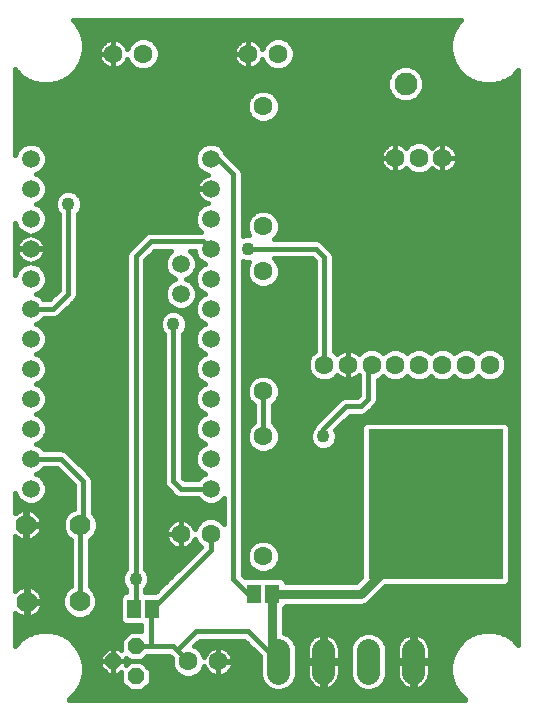
<source format=gbl>
G75*
%MOIN*%
%OFA0B0*%
%FSLAX25Y25*%
%IPPOS*%
%LPD*%
%AMOC8*
5,1,8,0,0,1.08239X$1,22.5*
%
%ADD10R,0.45000X0.50000*%
%ADD11C,0.06299*%
%ADD12C,0.07000*%
%ADD13C,0.07600*%
%ADD14OC8,0.05200*%
%ADD15C,0.06300*%
%ADD16R,0.04600X0.06300*%
%ADD17C,0.05937*%
%ADD18C,0.07500*%
%ADD19C,0.01575*%
%ADD20C,0.04331*%
%ADD21C,0.03150*%
D10*
X0146787Y0071787D03*
D11*
X0149031Y0118224D03*
X0156906Y0118224D03*
X0164780Y0118224D03*
X0141157Y0118224D03*
X0133283Y0118224D03*
X0125409Y0118224D03*
X0117535Y0118224D03*
X0109661Y0118224D03*
X0071787Y0061787D03*
X0061787Y0061787D03*
X0064287Y0019287D03*
X0074287Y0019287D03*
X0133283Y0187122D03*
X0141157Y0187122D03*
X0149031Y0187122D03*
X0094287Y0221787D03*
X0084287Y0221787D03*
X0049287Y0221787D03*
X0039287Y0221787D03*
D12*
X0028269Y0064774D03*
X0010237Y0064774D03*
X0010434Y0039183D03*
X0028072Y0039380D03*
D13*
X0136787Y0211787D03*
D14*
X0046787Y0024287D03*
X0039287Y0019287D03*
X0046787Y0014287D03*
D15*
X0089287Y0054287D03*
X0089287Y0094287D03*
X0089287Y0109287D03*
X0089287Y0149287D03*
X0089287Y0164287D03*
X0089287Y0204287D03*
D16*
X0086287Y0041787D03*
X0092287Y0041787D03*
X0052287Y0036787D03*
X0046287Y0036787D03*
D17*
X0071787Y0076787D03*
X0071787Y0086787D03*
X0071787Y0096787D03*
X0071787Y0106787D03*
X0071787Y0116787D03*
X0071787Y0126787D03*
X0071787Y0136787D03*
X0071787Y0146787D03*
X0071787Y0156787D03*
X0071787Y0166787D03*
X0071787Y0176787D03*
X0071787Y0186787D03*
X0061787Y0151787D03*
X0061787Y0141787D03*
X0011787Y0136787D03*
X0011787Y0126787D03*
X0011787Y0116787D03*
X0011787Y0106787D03*
X0011787Y0096787D03*
X0011787Y0086787D03*
X0011787Y0076787D03*
X0011787Y0146787D03*
X0011787Y0156787D03*
X0011787Y0166787D03*
X0011787Y0176787D03*
X0011787Y0186787D03*
D18*
X0094287Y0023037D02*
X0094287Y0015537D01*
X0109287Y0015537D02*
X0109287Y0023037D01*
X0124287Y0023037D02*
X0124287Y0015537D01*
X0139287Y0015537D02*
X0139287Y0023037D01*
D19*
X0006575Y0024421D02*
X0006575Y0035565D01*
X0006989Y0035150D01*
X0007663Y0034661D01*
X0008404Y0034283D01*
X0009196Y0034026D01*
X0010018Y0033896D01*
X0010139Y0033896D01*
X0010139Y0038888D01*
X0010729Y0038888D01*
X0010729Y0039478D01*
X0015721Y0039478D01*
X0015721Y0039599D01*
X0015591Y0040421D01*
X0015334Y0041213D01*
X0014956Y0041954D01*
X0014467Y0042628D01*
X0013878Y0043216D01*
X0013205Y0043705D01*
X0012464Y0044083D01*
X0011672Y0044340D01*
X0010850Y0044470D01*
X0010729Y0044470D01*
X0010729Y0039478D01*
X0010139Y0039478D01*
X0010139Y0044470D01*
X0010018Y0044470D01*
X0009196Y0044340D01*
X0008404Y0044083D01*
X0007663Y0043705D01*
X0006989Y0043216D01*
X0006575Y0042802D01*
X0006575Y0060958D01*
X0006792Y0060741D01*
X0007466Y0060251D01*
X0008207Y0059874D01*
X0008999Y0059616D01*
X0009821Y0059486D01*
X0009942Y0059486D01*
X0009942Y0064478D01*
X0010532Y0064478D01*
X0010532Y0059486D01*
X0010653Y0059486D01*
X0011475Y0059616D01*
X0012267Y0059874D01*
X0013008Y0060251D01*
X0013682Y0060741D01*
X0014270Y0061329D01*
X0014759Y0062002D01*
X0015137Y0062744D01*
X0015394Y0063535D01*
X0015524Y0064357D01*
X0015524Y0064478D01*
X0010532Y0064478D01*
X0010532Y0065069D01*
X0009942Y0065069D01*
X0009942Y0070061D01*
X0009821Y0070061D01*
X0008999Y0069931D01*
X0008207Y0069674D01*
X0007466Y0069296D01*
X0006792Y0068807D01*
X0006575Y0068589D01*
X0006575Y0075442D01*
X0007268Y0073768D01*
X0008768Y0072268D01*
X0010727Y0071457D01*
X0012848Y0071457D01*
X0014807Y0072268D01*
X0016307Y0073768D01*
X0017118Y0075727D01*
X0017118Y0077848D01*
X0016307Y0079807D01*
X0014807Y0081307D01*
X0013646Y0081787D01*
X0014807Y0082268D01*
X0016177Y0083638D01*
X0020483Y0083638D01*
X0026138Y0077983D01*
X0026138Y0070236D01*
X0024948Y0069743D01*
X0023299Y0068094D01*
X0022406Y0065940D01*
X0022406Y0063608D01*
X0023299Y0061453D01*
X0024948Y0059804D01*
X0025119Y0059733D01*
X0025119Y0044502D01*
X0024751Y0044350D01*
X0023102Y0042701D01*
X0022209Y0040546D01*
X0022209Y0038214D01*
X0023102Y0036059D01*
X0024751Y0034410D01*
X0026906Y0033518D01*
X0029238Y0033518D01*
X0031392Y0034410D01*
X0033041Y0036059D01*
X0033934Y0038214D01*
X0033934Y0040546D01*
X0033041Y0042701D01*
X0031418Y0044324D01*
X0031418Y0059733D01*
X0031589Y0059804D01*
X0033238Y0061453D01*
X0034131Y0063608D01*
X0034131Y0065940D01*
X0033238Y0068094D01*
X0032437Y0068896D01*
X0032437Y0079914D01*
X0031957Y0081072D01*
X0031072Y0081957D01*
X0023572Y0089457D01*
X0022414Y0089937D01*
X0016177Y0089937D01*
X0014807Y0091307D01*
X0013646Y0091787D01*
X0014807Y0092268D01*
X0016307Y0093768D01*
X0017118Y0095727D01*
X0017118Y0097848D01*
X0016307Y0099807D01*
X0014807Y0101307D01*
X0013646Y0101787D01*
X0014807Y0102268D01*
X0016307Y0103768D01*
X0017118Y0105727D01*
X0017118Y0107848D01*
X0016307Y0109807D01*
X0014807Y0111307D01*
X0013646Y0111787D01*
X0014807Y0112268D01*
X0016307Y0113768D01*
X0017118Y0115727D01*
X0017118Y0117848D01*
X0016307Y0119807D01*
X0014807Y0121307D01*
X0013646Y0121787D01*
X0014807Y0122268D01*
X0016307Y0123768D01*
X0017118Y0125727D01*
X0017118Y0127848D01*
X0016307Y0129807D01*
X0014807Y0131307D01*
X0013646Y0131787D01*
X0014807Y0132268D01*
X0016177Y0133638D01*
X0019914Y0133638D01*
X0021072Y0134117D01*
X0021957Y0135003D01*
X0026071Y0139117D01*
X0026072Y0139117D01*
X0026957Y0140003D01*
X0027437Y0141161D01*
X0027437Y0168534D01*
X0028126Y0169223D01*
X0028815Y0170887D01*
X0028815Y0172688D01*
X0028126Y0174352D01*
X0026852Y0175626D01*
X0025188Y0176315D01*
X0023387Y0176315D01*
X0021723Y0175626D01*
X0020449Y0174352D01*
X0019760Y0172688D01*
X0019760Y0170887D01*
X0020449Y0169223D01*
X0021138Y0168534D01*
X0021138Y0143092D01*
X0017983Y0139937D01*
X0016177Y0139937D01*
X0014807Y0141307D01*
X0013646Y0141787D01*
X0014807Y0142268D01*
X0016307Y0143768D01*
X0017118Y0145727D01*
X0017118Y0147848D01*
X0016307Y0149807D01*
X0014807Y0151307D01*
X0012848Y0152118D01*
X0012708Y0152118D01*
X0012901Y0152149D01*
X0013613Y0152380D01*
X0014280Y0152720D01*
X0014886Y0153160D01*
X0015415Y0153689D01*
X0015855Y0154295D01*
X0016195Y0154962D01*
X0016426Y0155674D01*
X0016543Y0156413D01*
X0016543Y0156591D01*
X0011984Y0156591D01*
X0011984Y0156984D01*
X0016543Y0156984D01*
X0016543Y0157162D01*
X0016426Y0157901D01*
X0016195Y0158613D01*
X0015855Y0159280D01*
X0015415Y0159886D01*
X0014886Y0160415D01*
X0014280Y0160855D01*
X0013613Y0161195D01*
X0012901Y0161426D01*
X0012708Y0161457D01*
X0012848Y0161457D01*
X0014807Y0162268D01*
X0016307Y0163768D01*
X0017118Y0165727D01*
X0017118Y0167848D01*
X0016307Y0169807D01*
X0014807Y0171307D01*
X0013646Y0171787D01*
X0014807Y0172268D01*
X0016307Y0173768D01*
X0017118Y0175727D01*
X0017118Y0177848D01*
X0016307Y0179807D01*
X0014807Y0181307D01*
X0013646Y0181787D01*
X0014807Y0182268D01*
X0016307Y0183768D01*
X0017118Y0185727D01*
X0017118Y0187848D01*
X0016307Y0189807D01*
X0014807Y0191307D01*
X0012848Y0192118D01*
X0010727Y0192118D01*
X0008768Y0191307D01*
X0007268Y0189807D01*
X0006575Y0188133D01*
X0006575Y0216653D01*
X0006656Y0216513D01*
X0009013Y0214156D01*
X0011900Y0212489D01*
X0015120Y0211626D01*
X0018454Y0211626D01*
X0021675Y0212489D01*
X0024562Y0214156D01*
X0026919Y0216513D01*
X0028586Y0219400D01*
X0029449Y0222620D01*
X0029449Y0225954D01*
X0028586Y0229175D01*
X0026919Y0232062D01*
X0025760Y0233220D01*
X0155315Y0233220D01*
X0154156Y0232062D01*
X0152489Y0229175D01*
X0151626Y0225954D01*
X0151626Y0222620D01*
X0152489Y0219400D01*
X0154156Y0216513D01*
X0156513Y0214156D01*
X0159400Y0212489D01*
X0162620Y0211626D01*
X0165954Y0211626D01*
X0169175Y0212489D01*
X0172062Y0214156D01*
X0174165Y0216259D01*
X0174165Y0024815D01*
X0172062Y0026919D01*
X0169175Y0028586D01*
X0165954Y0029449D01*
X0162620Y0029449D01*
X0159400Y0028586D01*
X0156513Y0026919D01*
X0154156Y0024562D01*
X0152489Y0021675D01*
X0151626Y0018454D01*
X0151626Y0015120D01*
X0152489Y0011900D01*
X0154156Y0009013D01*
X0156513Y0006656D01*
X0156653Y0006575D01*
X0024421Y0006575D01*
X0024562Y0006656D01*
X0026919Y0009013D01*
X0028586Y0011900D01*
X0029449Y0015120D01*
X0029449Y0018454D01*
X0028586Y0021675D01*
X0026919Y0024562D01*
X0024562Y0026919D01*
X0021675Y0028586D01*
X0018454Y0029449D01*
X0015120Y0029449D01*
X0011900Y0028586D01*
X0009013Y0026919D01*
X0006656Y0024562D01*
X0006575Y0024421D01*
X0006575Y0025387D02*
X0007481Y0025387D01*
X0006575Y0026960D02*
X0009085Y0026960D01*
X0006575Y0028534D02*
X0011810Y0028534D01*
X0010850Y0033896D02*
X0011672Y0034026D01*
X0012464Y0034283D01*
X0013205Y0034661D01*
X0013878Y0035150D01*
X0014467Y0035739D01*
X0014956Y0036412D01*
X0015334Y0037153D01*
X0015591Y0037945D01*
X0015721Y0038767D01*
X0015721Y0038888D01*
X0010729Y0038888D01*
X0010729Y0033896D01*
X0010850Y0033896D01*
X0010729Y0034827D02*
X0010139Y0034827D01*
X0010139Y0036400D02*
X0010729Y0036400D01*
X0010729Y0037974D02*
X0010139Y0037974D01*
X0010139Y0039547D02*
X0010729Y0039547D01*
X0010729Y0041120D02*
X0010139Y0041120D01*
X0010139Y0042694D02*
X0010729Y0042694D01*
X0010729Y0044267D02*
X0010139Y0044267D01*
X0008970Y0044267D02*
X0006575Y0044267D01*
X0006575Y0045840D02*
X0025119Y0045840D01*
X0025119Y0047414D02*
X0006575Y0047414D01*
X0006575Y0048987D02*
X0025119Y0048987D01*
X0025119Y0050560D02*
X0006575Y0050560D01*
X0006575Y0052133D02*
X0025119Y0052133D01*
X0025119Y0053707D02*
X0006575Y0053707D01*
X0006575Y0055280D02*
X0025119Y0055280D01*
X0025119Y0056853D02*
X0006575Y0056853D01*
X0006575Y0058427D02*
X0025119Y0058427D01*
X0024752Y0060000D02*
X0012515Y0060000D01*
X0010532Y0060000D02*
X0009942Y0060000D01*
X0009942Y0061573D02*
X0010532Y0061573D01*
X0010532Y0063147D02*
X0009942Y0063147D01*
X0010532Y0064720D02*
X0022406Y0064720D01*
X0022553Y0066293D02*
X0015303Y0066293D01*
X0015394Y0066012D02*
X0015137Y0066803D01*
X0014759Y0067545D01*
X0014270Y0068218D01*
X0013682Y0068807D01*
X0013008Y0069296D01*
X0012267Y0069674D01*
X0011475Y0069931D01*
X0010653Y0070061D01*
X0010532Y0070061D01*
X0010532Y0065069D01*
X0015524Y0065069D01*
X0015524Y0065190D01*
X0015394Y0066012D01*
X0014525Y0067867D02*
X0023204Y0067867D01*
X0024644Y0069440D02*
X0012725Y0069440D01*
X0015125Y0072587D02*
X0026138Y0072587D01*
X0026138Y0074160D02*
X0016469Y0074160D01*
X0017118Y0075733D02*
X0026138Y0075733D01*
X0026138Y0077306D02*
X0017118Y0077306D01*
X0016691Y0078880D02*
X0025241Y0078880D01*
X0023667Y0080453D02*
X0015660Y0080453D01*
X0014223Y0082026D02*
X0022094Y0082026D01*
X0020521Y0083600D02*
X0016139Y0083600D01*
X0011787Y0086787D02*
X0021787Y0086787D01*
X0029287Y0079287D01*
X0029287Y0065793D01*
X0028269Y0064774D01*
X0028269Y0039577D01*
X0028072Y0039380D01*
X0031809Y0034827D02*
X0041625Y0034827D01*
X0041625Y0033254D02*
X0006575Y0033254D01*
X0006575Y0034827D02*
X0007434Y0034827D01*
X0006575Y0031680D02*
X0042604Y0031680D01*
X0043009Y0031275D02*
X0048638Y0031275D01*
X0048638Y0029250D01*
X0044732Y0029250D01*
X0041825Y0026343D01*
X0041825Y0022954D01*
X0041105Y0023675D01*
X0039300Y0023675D01*
X0039300Y0019300D01*
X0039275Y0019300D01*
X0039275Y0023675D01*
X0037470Y0023675D01*
X0034900Y0021105D01*
X0034900Y0019300D01*
X0039275Y0019300D01*
X0039275Y0019275D01*
X0034900Y0019275D01*
X0034900Y0017470D01*
X0037470Y0014900D01*
X0039275Y0014900D01*
X0039275Y0019275D01*
X0039300Y0019275D01*
X0039300Y0019300D01*
X0043675Y0019300D01*
X0043675Y0020382D01*
X0044732Y0019325D01*
X0048843Y0019325D01*
X0050655Y0021138D01*
X0057983Y0021138D01*
X0058753Y0020367D01*
X0058776Y0020345D01*
X0058776Y0018191D01*
X0059615Y0016165D01*
X0061165Y0014615D01*
X0063191Y0013776D01*
X0065384Y0013776D01*
X0067410Y0014615D01*
X0068960Y0016165D01*
X0069605Y0017722D01*
X0069712Y0017392D01*
X0070065Y0016700D01*
X0070522Y0016071D01*
X0071071Y0015522D01*
X0071700Y0015065D01*
X0072392Y0014712D01*
X0073131Y0014472D01*
X0073899Y0014350D01*
X0074189Y0014350D01*
X0074189Y0019189D01*
X0074386Y0019189D01*
X0074386Y0019386D01*
X0074189Y0019386D01*
X0074189Y0024224D01*
X0073899Y0024224D01*
X0073131Y0024103D01*
X0072392Y0023863D01*
X0071700Y0023510D01*
X0071071Y0023053D01*
X0070522Y0022504D01*
X0070065Y0021875D01*
X0069712Y0021183D01*
X0069605Y0020853D01*
X0068960Y0022410D01*
X0067410Y0023960D01*
X0066352Y0024398D01*
X0068092Y0026138D01*
X0082983Y0026138D01*
X0088175Y0020945D01*
X0088175Y0014322D01*
X0089106Y0012075D01*
X0090825Y0010356D01*
X0093072Y0009425D01*
X0095503Y0009425D01*
X0097750Y0010356D01*
X0099469Y0012075D01*
X0100400Y0014322D01*
X0100400Y0024253D01*
X0099469Y0026500D01*
X0097750Y0028219D01*
X0096224Y0028851D01*
X0096224Y0036934D01*
X0096950Y0037659D01*
X0096950Y0037850D01*
X0122571Y0037850D01*
X0124018Y0038450D01*
X0129993Y0044425D01*
X0170266Y0044425D01*
X0171650Y0045809D01*
X0171650Y0097766D01*
X0170266Y0099150D01*
X0123309Y0099150D01*
X0121925Y0097766D01*
X0121925Y0047493D01*
X0120157Y0045724D01*
X0096950Y0045724D01*
X0096950Y0045916D01*
X0095566Y0047300D01*
X0083229Y0047300D01*
X0082437Y0048092D01*
X0082437Y0152653D01*
X0083387Y0152260D01*
X0084552Y0152260D01*
X0083775Y0150384D01*
X0083775Y0148191D01*
X0084614Y0146165D01*
X0086165Y0144614D01*
X0088191Y0143775D01*
X0090384Y0143775D01*
X0092410Y0144614D01*
X0093960Y0146165D01*
X0094800Y0148191D01*
X0094800Y0150384D01*
X0093960Y0152410D01*
X0092732Y0153638D01*
X0105483Y0153638D01*
X0106512Y0152609D01*
X0106512Y0122870D01*
X0104989Y0121347D01*
X0104150Y0119321D01*
X0104150Y0117128D01*
X0104989Y0115102D01*
X0106539Y0113552D01*
X0108565Y0112713D01*
X0110758Y0112713D01*
X0112784Y0113552D01*
X0114005Y0114773D01*
X0114319Y0114459D01*
X0114948Y0114002D01*
X0115640Y0113649D01*
X0116379Y0113409D01*
X0117147Y0113287D01*
X0117535Y0113287D01*
X0117535Y0118224D01*
X0117535Y0118224D01*
X0117535Y0113287D01*
X0117924Y0113287D01*
X0118692Y0113409D01*
X0119431Y0113649D01*
X0120123Y0114002D01*
X0120752Y0114459D01*
X0121066Y0114773D01*
X0121138Y0114701D01*
X0121138Y0108092D01*
X0120483Y0107437D01*
X0116161Y0107437D01*
X0115003Y0106957D01*
X0114117Y0106072D01*
X0106617Y0098572D01*
X0106227Y0097630D01*
X0105449Y0096852D01*
X0104760Y0095188D01*
X0104760Y0093387D01*
X0105449Y0091723D01*
X0106723Y0090449D01*
X0108387Y0089760D01*
X0110188Y0089760D01*
X0111852Y0090449D01*
X0113126Y0091723D01*
X0113815Y0093387D01*
X0113815Y0095188D01*
X0113325Y0096371D01*
X0118092Y0101138D01*
X0122414Y0101138D01*
X0123572Y0101617D01*
X0126072Y0104117D01*
X0126957Y0105003D01*
X0127437Y0106161D01*
X0127437Y0113098D01*
X0128532Y0113552D01*
X0129346Y0114367D01*
X0130161Y0113552D01*
X0132187Y0112713D01*
X0134380Y0112713D01*
X0136406Y0113552D01*
X0137220Y0114367D01*
X0138035Y0113552D01*
X0140061Y0112713D01*
X0142254Y0112713D01*
X0144280Y0113552D01*
X0145094Y0114367D01*
X0145909Y0113552D01*
X0147935Y0112713D01*
X0150128Y0112713D01*
X0152154Y0113552D01*
X0152968Y0114367D01*
X0153783Y0113552D01*
X0155809Y0112713D01*
X0158002Y0112713D01*
X0160028Y0113552D01*
X0160843Y0114367D01*
X0161657Y0113552D01*
X0163683Y0112713D01*
X0165876Y0112713D01*
X0167902Y0113552D01*
X0169452Y0115102D01*
X0170291Y0117128D01*
X0170291Y0119321D01*
X0169452Y0121347D01*
X0167902Y0122897D01*
X0165876Y0123736D01*
X0163683Y0123736D01*
X0161657Y0122897D01*
X0160843Y0122082D01*
X0160028Y0122897D01*
X0158002Y0123736D01*
X0155809Y0123736D01*
X0153783Y0122897D01*
X0152968Y0122082D01*
X0152154Y0122897D01*
X0150128Y0123736D01*
X0147935Y0123736D01*
X0145909Y0122897D01*
X0145094Y0122082D01*
X0144280Y0122897D01*
X0142254Y0123736D01*
X0140061Y0123736D01*
X0138035Y0122897D01*
X0137220Y0122082D01*
X0136406Y0122897D01*
X0134380Y0123736D01*
X0132187Y0123736D01*
X0130161Y0122897D01*
X0129346Y0122082D01*
X0128532Y0122897D01*
X0126506Y0123736D01*
X0124313Y0123736D01*
X0122287Y0122897D01*
X0121066Y0121676D01*
X0120752Y0121990D01*
X0120123Y0122447D01*
X0119431Y0122800D01*
X0118692Y0123040D01*
X0117924Y0123161D01*
X0117535Y0123161D01*
X0117147Y0123161D01*
X0116379Y0123040D01*
X0115640Y0122800D01*
X0114948Y0122447D01*
X0114319Y0121990D01*
X0114005Y0121676D01*
X0112811Y0122870D01*
X0112811Y0154540D01*
X0112332Y0155697D01*
X0109457Y0158572D01*
X0108572Y0159457D01*
X0107414Y0159937D01*
X0092732Y0159937D01*
X0093960Y0161165D01*
X0094800Y0163191D01*
X0094800Y0165384D01*
X0093960Y0167410D01*
X0092410Y0168960D01*
X0090384Y0169800D01*
X0088191Y0169800D01*
X0086165Y0168960D01*
X0084614Y0167410D01*
X0083775Y0165384D01*
X0083775Y0163191D01*
X0084552Y0161315D01*
X0083387Y0161315D01*
X0082437Y0160922D01*
X0082437Y0182414D01*
X0081957Y0183572D01*
X0076957Y0188572D01*
X0076720Y0188809D01*
X0076307Y0189807D01*
X0074807Y0191307D01*
X0072848Y0192118D01*
X0070727Y0192118D01*
X0068768Y0191307D01*
X0067268Y0189807D01*
X0066457Y0187848D01*
X0066457Y0185727D01*
X0067268Y0183768D01*
X0068768Y0182268D01*
X0070727Y0181457D01*
X0070866Y0181457D01*
X0070674Y0181426D01*
X0069962Y0181195D01*
X0069295Y0180855D01*
X0068689Y0180415D01*
X0068160Y0179886D01*
X0067720Y0179280D01*
X0067380Y0178613D01*
X0067149Y0177901D01*
X0067031Y0177162D01*
X0067031Y0176984D01*
X0071590Y0176984D01*
X0071590Y0176591D01*
X0067031Y0176591D01*
X0067031Y0176413D01*
X0067149Y0175674D01*
X0067380Y0174962D01*
X0067720Y0174295D01*
X0068160Y0173689D01*
X0068689Y0173160D01*
X0069295Y0172720D01*
X0069962Y0172380D01*
X0070674Y0172149D01*
X0070866Y0172118D01*
X0070727Y0172118D01*
X0068768Y0171307D01*
X0067268Y0169807D01*
X0066457Y0167848D01*
X0066457Y0165727D01*
X0067268Y0163768D01*
X0068599Y0162437D01*
X0051161Y0162437D01*
X0050003Y0161957D01*
X0049117Y0161072D01*
X0044117Y0156072D01*
X0043638Y0154914D01*
X0043638Y0050041D01*
X0042949Y0049352D01*
X0042260Y0047688D01*
X0042260Y0045887D01*
X0042949Y0044223D01*
X0043638Y0043534D01*
X0043638Y0042300D01*
X0043009Y0042300D01*
X0041625Y0040916D01*
X0041625Y0032659D01*
X0043009Y0031275D01*
X0044016Y0028534D02*
X0021765Y0028534D01*
X0024490Y0026960D02*
X0042443Y0026960D01*
X0041825Y0025387D02*
X0026094Y0025387D01*
X0027351Y0023814D02*
X0041825Y0023814D01*
X0043675Y0019275D02*
X0039300Y0019275D01*
X0039300Y0014900D01*
X0041105Y0014900D01*
X0041825Y0015620D01*
X0041825Y0012232D01*
X0044732Y0009325D01*
X0048843Y0009325D01*
X0051750Y0012232D01*
X0051750Y0016343D01*
X0048843Y0019250D01*
X0044732Y0019250D01*
X0043675Y0018192D01*
X0043675Y0019275D01*
X0043675Y0019094D02*
X0044576Y0019094D01*
X0041825Y0014374D02*
X0029249Y0014374D01*
X0029449Y0015947D02*
X0036423Y0015947D01*
X0034900Y0017521D02*
X0029449Y0017521D01*
X0029277Y0019094D02*
X0034900Y0019094D01*
X0034900Y0020667D02*
X0028856Y0020667D01*
X0028259Y0022240D02*
X0036036Y0022240D01*
X0039275Y0022240D02*
X0039300Y0022240D01*
X0039275Y0020667D02*
X0039300Y0020667D01*
X0039275Y0019094D02*
X0039300Y0019094D01*
X0039275Y0017521D02*
X0039300Y0017521D01*
X0039275Y0015947D02*
X0039300Y0015947D01*
X0041825Y0012801D02*
X0028827Y0012801D01*
X0028197Y0011227D02*
X0042830Y0011227D01*
X0044403Y0009654D02*
X0027289Y0009654D01*
X0025987Y0008081D02*
X0155088Y0008081D01*
X0153786Y0009654D02*
X0126055Y0009654D01*
X0125503Y0009425D02*
X0127750Y0010356D01*
X0129469Y0012075D01*
X0130400Y0014322D01*
X0130400Y0024253D01*
X0129469Y0026500D01*
X0127750Y0028219D01*
X0125503Y0029150D01*
X0123072Y0029150D01*
X0120825Y0028219D01*
X0119106Y0026500D01*
X0118175Y0024253D01*
X0118175Y0014322D01*
X0119106Y0012075D01*
X0120825Y0010356D01*
X0123072Y0009425D01*
X0125503Y0009425D01*
X0122519Y0009654D02*
X0096055Y0009654D01*
X0098621Y0011227D02*
X0105799Y0011227D01*
X0105680Y0011314D02*
X0106385Y0010801D01*
X0107162Y0010406D01*
X0107991Y0010136D01*
X0108825Y0010004D01*
X0108825Y0018825D01*
X0109750Y0018825D01*
X0109750Y0019750D01*
X0114825Y0019750D01*
X0114825Y0023473D01*
X0114688Y0024334D01*
X0114419Y0025163D01*
X0114023Y0025940D01*
X0113511Y0026645D01*
X0112895Y0027261D01*
X0112190Y0027773D01*
X0111413Y0028169D01*
X0110584Y0028438D01*
X0109750Y0028571D01*
X0109750Y0019750D01*
X0108825Y0019750D01*
X0108825Y0028571D01*
X0107991Y0028438D01*
X0107162Y0028169D01*
X0106385Y0027773D01*
X0105680Y0027261D01*
X0105064Y0026645D01*
X0104551Y0025940D01*
X0104156Y0025163D01*
X0103886Y0024334D01*
X0103750Y0023473D01*
X0103750Y0019750D01*
X0108825Y0019750D01*
X0108825Y0018825D01*
X0103750Y0018825D01*
X0103750Y0015102D01*
X0103886Y0014241D01*
X0104156Y0013412D01*
X0104551Y0012635D01*
X0105064Y0011930D01*
X0105680Y0011314D01*
X0104467Y0012801D02*
X0099770Y0012801D01*
X0100400Y0014374D02*
X0103865Y0014374D01*
X0103750Y0015947D02*
X0100400Y0015947D01*
X0100400Y0017521D02*
X0103750Y0017521D01*
X0103750Y0020667D02*
X0100400Y0020667D01*
X0100400Y0019094D02*
X0108825Y0019094D01*
X0109750Y0019094D02*
X0118175Y0019094D01*
X0118175Y0020667D02*
X0114825Y0020667D01*
X0114825Y0022240D02*
X0118175Y0022240D01*
X0118175Y0023814D02*
X0114771Y0023814D01*
X0114305Y0025387D02*
X0118645Y0025387D01*
X0119566Y0026960D02*
X0113195Y0026960D01*
X0109750Y0026960D02*
X0108825Y0026960D01*
X0108825Y0025387D02*
X0109750Y0025387D01*
X0109750Y0023814D02*
X0108825Y0023814D01*
X0108825Y0022240D02*
X0109750Y0022240D01*
X0109750Y0020667D02*
X0108825Y0020667D01*
X0109750Y0018825D02*
X0114825Y0018825D01*
X0114825Y0015102D01*
X0114688Y0014241D01*
X0114419Y0013412D01*
X0114023Y0012635D01*
X0113511Y0011930D01*
X0112895Y0011314D01*
X0112190Y0010801D01*
X0111413Y0010406D01*
X0110584Y0010136D01*
X0109750Y0010004D01*
X0109750Y0018825D01*
X0109750Y0017521D02*
X0108825Y0017521D01*
X0108825Y0015947D02*
X0109750Y0015947D01*
X0109750Y0014374D02*
X0108825Y0014374D01*
X0108825Y0012801D02*
X0109750Y0012801D01*
X0109750Y0011227D02*
X0108825Y0011227D01*
X0112776Y0011227D02*
X0119954Y0011227D01*
X0118805Y0012801D02*
X0114108Y0012801D01*
X0114710Y0014374D02*
X0118175Y0014374D01*
X0118175Y0015947D02*
X0114825Y0015947D01*
X0114825Y0017521D02*
X0118175Y0017521D01*
X0121585Y0028534D02*
X0109982Y0028534D01*
X0109750Y0028534D02*
X0108825Y0028534D01*
X0108592Y0028534D02*
X0096990Y0028534D01*
X0096224Y0030107D02*
X0174165Y0030107D01*
X0174165Y0028534D02*
X0169265Y0028534D01*
X0171990Y0026960D02*
X0174165Y0026960D01*
X0174165Y0025387D02*
X0173594Y0025387D01*
X0174165Y0031680D02*
X0096224Y0031680D01*
X0096224Y0033254D02*
X0174165Y0033254D01*
X0174165Y0034827D02*
X0096224Y0034827D01*
X0096224Y0036400D02*
X0174165Y0036400D01*
X0174165Y0037974D02*
X0122868Y0037974D01*
X0125115Y0039547D02*
X0174165Y0039547D01*
X0174165Y0041120D02*
X0126688Y0041120D01*
X0128261Y0042694D02*
X0174165Y0042694D01*
X0174165Y0044267D02*
X0129835Y0044267D01*
X0121846Y0047414D02*
X0083115Y0047414D01*
X0082437Y0048987D02*
X0087680Y0048987D01*
X0088191Y0048775D02*
X0090384Y0048775D01*
X0092410Y0049614D01*
X0093960Y0051165D01*
X0094800Y0053191D01*
X0094800Y0055384D01*
X0093960Y0057410D01*
X0092410Y0058960D01*
X0090384Y0059800D01*
X0088191Y0059800D01*
X0086165Y0058960D01*
X0084614Y0057410D01*
X0083775Y0055384D01*
X0083775Y0053191D01*
X0084614Y0051165D01*
X0086165Y0049614D01*
X0088191Y0048775D01*
X0085219Y0050560D02*
X0082437Y0050560D01*
X0082437Y0052133D02*
X0084213Y0052133D01*
X0083775Y0053707D02*
X0082437Y0053707D01*
X0082437Y0055280D02*
X0083775Y0055280D01*
X0084384Y0056853D02*
X0082437Y0056853D01*
X0082437Y0058427D02*
X0085631Y0058427D01*
X0082437Y0060000D02*
X0121925Y0060000D01*
X0121925Y0058427D02*
X0092943Y0058427D01*
X0094191Y0056853D02*
X0121925Y0056853D01*
X0121925Y0055280D02*
X0094800Y0055280D01*
X0094800Y0053707D02*
X0121925Y0053707D01*
X0121925Y0052133D02*
X0094362Y0052133D01*
X0093356Y0050560D02*
X0121925Y0050560D01*
X0121925Y0048987D02*
X0090895Y0048987D01*
X0096950Y0045840D02*
X0120272Y0045840D01*
X0121925Y0061573D02*
X0082437Y0061573D01*
X0082437Y0063147D02*
X0121925Y0063147D01*
X0121925Y0064720D02*
X0082437Y0064720D01*
X0082437Y0066293D02*
X0121925Y0066293D01*
X0121925Y0067867D02*
X0082437Y0067867D01*
X0082437Y0069440D02*
X0121925Y0069440D01*
X0121925Y0071013D02*
X0082437Y0071013D01*
X0082437Y0072587D02*
X0121925Y0072587D01*
X0121925Y0074160D02*
X0082437Y0074160D01*
X0082437Y0075733D02*
X0121925Y0075733D01*
X0121925Y0077306D02*
X0082437Y0077306D01*
X0082437Y0078880D02*
X0121925Y0078880D01*
X0121925Y0080453D02*
X0082437Y0080453D01*
X0082437Y0082026D02*
X0121925Y0082026D01*
X0121925Y0083600D02*
X0082437Y0083600D01*
X0082437Y0085173D02*
X0121925Y0085173D01*
X0121925Y0086746D02*
X0082437Y0086746D01*
X0082437Y0088320D02*
X0121925Y0088320D01*
X0121925Y0089893D02*
X0110509Y0089893D01*
X0112869Y0091466D02*
X0121925Y0091466D01*
X0121925Y0093040D02*
X0113671Y0093040D01*
X0113815Y0094613D02*
X0121925Y0094613D01*
X0121925Y0096186D02*
X0113401Y0096186D01*
X0114714Y0097760D02*
X0121925Y0097760D01*
X0117860Y0100906D02*
X0174165Y0100906D01*
X0174165Y0099333D02*
X0116287Y0099333D01*
X0116787Y0104287D02*
X0121787Y0104287D01*
X0124287Y0106787D01*
X0124287Y0117102D01*
X0125409Y0118224D01*
X0128389Y0113493D02*
X0130304Y0113493D01*
X0127437Y0111919D02*
X0174165Y0111919D01*
X0174165Y0110346D02*
X0127437Y0110346D01*
X0127437Y0108773D02*
X0174165Y0108773D01*
X0174165Y0107199D02*
X0127437Y0107199D01*
X0127215Y0105626D02*
X0174165Y0105626D01*
X0174165Y0104053D02*
X0126007Y0104053D01*
X0124434Y0102480D02*
X0174165Y0102480D01*
X0174165Y0097760D02*
X0171650Y0097760D01*
X0171650Y0096186D02*
X0174165Y0096186D01*
X0174165Y0094613D02*
X0171650Y0094613D01*
X0171650Y0093040D02*
X0174165Y0093040D01*
X0174165Y0091466D02*
X0171650Y0091466D01*
X0171650Y0089893D02*
X0174165Y0089893D01*
X0174165Y0088320D02*
X0171650Y0088320D01*
X0171650Y0086746D02*
X0174165Y0086746D01*
X0174165Y0085173D02*
X0171650Y0085173D01*
X0171650Y0083600D02*
X0174165Y0083600D01*
X0174165Y0082026D02*
X0171650Y0082026D01*
X0171650Y0080453D02*
X0174165Y0080453D01*
X0174165Y0078880D02*
X0171650Y0078880D01*
X0171650Y0077306D02*
X0174165Y0077306D01*
X0174165Y0075733D02*
X0171650Y0075733D01*
X0171650Y0074160D02*
X0174165Y0074160D01*
X0174165Y0072587D02*
X0171650Y0072587D01*
X0171650Y0071013D02*
X0174165Y0071013D01*
X0174165Y0069440D02*
X0171650Y0069440D01*
X0171650Y0067867D02*
X0174165Y0067867D01*
X0174165Y0066293D02*
X0171650Y0066293D01*
X0171650Y0064720D02*
X0174165Y0064720D01*
X0174165Y0063147D02*
X0171650Y0063147D01*
X0171650Y0061573D02*
X0174165Y0061573D01*
X0174165Y0060000D02*
X0171650Y0060000D01*
X0171650Y0058427D02*
X0174165Y0058427D01*
X0174165Y0056853D02*
X0171650Y0056853D01*
X0171650Y0055280D02*
X0174165Y0055280D01*
X0174165Y0053707D02*
X0171650Y0053707D01*
X0171650Y0052133D02*
X0174165Y0052133D01*
X0174165Y0050560D02*
X0171650Y0050560D01*
X0171650Y0048987D02*
X0174165Y0048987D01*
X0174165Y0047414D02*
X0171650Y0047414D01*
X0171650Y0045840D02*
X0174165Y0045840D01*
X0159310Y0028534D02*
X0139982Y0028534D01*
X0139750Y0028534D02*
X0138825Y0028534D01*
X0138825Y0028571D02*
X0137991Y0028438D01*
X0137162Y0028169D01*
X0136385Y0027773D01*
X0135680Y0027261D01*
X0135064Y0026645D01*
X0134551Y0025940D01*
X0134156Y0025163D01*
X0133886Y0024334D01*
X0133750Y0023473D01*
X0133750Y0019750D01*
X0138825Y0019750D01*
X0138825Y0028571D01*
X0138592Y0028534D02*
X0126990Y0028534D01*
X0129008Y0026960D02*
X0135379Y0026960D01*
X0134270Y0025387D02*
X0129930Y0025387D01*
X0130400Y0023814D02*
X0133804Y0023814D01*
X0133750Y0022240D02*
X0130400Y0022240D01*
X0130400Y0020667D02*
X0133750Y0020667D01*
X0133750Y0018825D02*
X0133750Y0015102D01*
X0133886Y0014241D01*
X0134156Y0013412D01*
X0134551Y0012635D01*
X0135064Y0011930D01*
X0135680Y0011314D01*
X0136385Y0010801D01*
X0137162Y0010406D01*
X0137991Y0010136D01*
X0138825Y0010004D01*
X0138825Y0018825D01*
X0139750Y0018825D01*
X0139750Y0019750D01*
X0144825Y0019750D01*
X0144825Y0023473D01*
X0144688Y0024334D01*
X0144419Y0025163D01*
X0144023Y0025940D01*
X0143511Y0026645D01*
X0142895Y0027261D01*
X0142190Y0027773D01*
X0141413Y0028169D01*
X0140584Y0028438D01*
X0139750Y0028571D01*
X0139750Y0019750D01*
X0138825Y0019750D01*
X0138825Y0018825D01*
X0133750Y0018825D01*
X0133750Y0017521D02*
X0130400Y0017521D01*
X0130400Y0019094D02*
X0138825Y0019094D01*
X0139750Y0019094D02*
X0151797Y0019094D01*
X0151626Y0017521D02*
X0144825Y0017521D01*
X0144825Y0018825D02*
X0139750Y0018825D01*
X0139750Y0010004D01*
X0140584Y0010136D01*
X0141413Y0010406D01*
X0142190Y0010801D01*
X0142895Y0011314D01*
X0143511Y0011930D01*
X0144023Y0012635D01*
X0144419Y0013412D01*
X0144688Y0014241D01*
X0144825Y0015102D01*
X0144825Y0018825D01*
X0144825Y0020667D02*
X0152219Y0020667D01*
X0152816Y0022240D02*
X0144825Y0022240D01*
X0144771Y0023814D02*
X0153724Y0023814D01*
X0154981Y0025387D02*
X0144305Y0025387D01*
X0143195Y0026960D02*
X0156585Y0026960D01*
X0151626Y0015947D02*
X0144825Y0015947D01*
X0144710Y0014374D02*
X0151826Y0014374D01*
X0152248Y0012801D02*
X0144108Y0012801D01*
X0142776Y0011227D02*
X0152877Y0011227D01*
X0139750Y0011227D02*
X0138825Y0011227D01*
X0138825Y0012801D02*
X0139750Y0012801D01*
X0139750Y0014374D02*
X0138825Y0014374D01*
X0138825Y0015947D02*
X0139750Y0015947D01*
X0139750Y0017521D02*
X0138825Y0017521D01*
X0138825Y0020667D02*
X0139750Y0020667D01*
X0139750Y0022240D02*
X0138825Y0022240D01*
X0138825Y0023814D02*
X0139750Y0023814D01*
X0139750Y0025387D02*
X0138825Y0025387D01*
X0138825Y0026960D02*
X0139750Y0026960D01*
X0133750Y0015947D02*
X0130400Y0015947D01*
X0130400Y0014374D02*
X0133865Y0014374D01*
X0134467Y0012801D02*
X0129770Y0012801D01*
X0128621Y0011227D02*
X0135799Y0011227D01*
X0105379Y0026960D02*
X0099008Y0026960D01*
X0099930Y0025387D02*
X0104270Y0025387D01*
X0103804Y0023814D02*
X0100400Y0023814D01*
X0100400Y0022240D02*
X0103750Y0022240D01*
X0094287Y0019287D02*
X0084287Y0029287D01*
X0066787Y0029287D01*
X0060537Y0023037D01*
X0064287Y0019287D01*
X0060537Y0023037D02*
X0059287Y0024287D01*
X0051787Y0024287D01*
X0051787Y0036287D01*
X0052287Y0036787D01*
X0071787Y0056287D01*
X0071787Y0061787D01*
X0066470Y0060222D02*
X0067115Y0058665D01*
X0068413Y0057367D01*
X0053345Y0042300D01*
X0049937Y0042300D01*
X0049937Y0043534D01*
X0050626Y0044223D01*
X0051315Y0045887D01*
X0051315Y0047688D01*
X0050626Y0049352D01*
X0049937Y0050041D01*
X0049937Y0152983D01*
X0053092Y0156138D01*
X0058599Y0156138D01*
X0057268Y0154807D01*
X0056457Y0152848D01*
X0056457Y0150727D01*
X0057268Y0148768D01*
X0058768Y0147268D01*
X0059929Y0146787D01*
X0058768Y0146307D01*
X0057268Y0144807D01*
X0056457Y0142848D01*
X0056457Y0140727D01*
X0057268Y0138768D01*
X0058768Y0137268D01*
X0060727Y0136457D01*
X0062848Y0136457D01*
X0064807Y0137268D01*
X0066307Y0138768D01*
X0067118Y0140727D01*
X0067118Y0142848D01*
X0066307Y0144807D01*
X0064807Y0146307D01*
X0063646Y0146787D01*
X0064807Y0147268D01*
X0066307Y0148768D01*
X0067118Y0150727D01*
X0067118Y0152848D01*
X0066307Y0154807D01*
X0064976Y0156138D01*
X0066457Y0156138D01*
X0066457Y0155727D01*
X0067268Y0153768D01*
X0068768Y0152268D01*
X0069929Y0151787D01*
X0068768Y0151307D01*
X0067268Y0149807D01*
X0066457Y0147848D01*
X0066457Y0145727D01*
X0067268Y0143768D01*
X0068768Y0142268D01*
X0069929Y0141787D01*
X0068768Y0141307D01*
X0067268Y0139807D01*
X0066457Y0137848D01*
X0066457Y0135727D01*
X0067268Y0133768D01*
X0068768Y0132268D01*
X0069929Y0131787D01*
X0068768Y0131307D01*
X0067268Y0129807D01*
X0066457Y0127848D01*
X0066457Y0125727D01*
X0067268Y0123768D01*
X0068768Y0122268D01*
X0069929Y0121787D01*
X0068768Y0121307D01*
X0067268Y0119807D01*
X0066457Y0117848D01*
X0066457Y0115727D01*
X0067268Y0113768D01*
X0068768Y0112268D01*
X0069929Y0111787D01*
X0068768Y0111307D01*
X0067268Y0109807D01*
X0066457Y0107848D01*
X0066457Y0105727D01*
X0067268Y0103768D01*
X0068768Y0102268D01*
X0069929Y0101787D01*
X0068768Y0101307D01*
X0067268Y0099807D01*
X0066457Y0097848D01*
X0066457Y0095727D01*
X0067268Y0093768D01*
X0068768Y0092268D01*
X0069929Y0091787D01*
X0068768Y0091307D01*
X0067268Y0089807D01*
X0066457Y0087848D01*
X0066457Y0085727D01*
X0067268Y0083768D01*
X0068768Y0082268D01*
X0069929Y0081787D01*
X0068768Y0081307D01*
X0067398Y0079937D01*
X0063092Y0079937D01*
X0062437Y0080592D01*
X0062437Y0128534D01*
X0063126Y0129223D01*
X0063815Y0130887D01*
X0063815Y0132688D01*
X0063126Y0134352D01*
X0061852Y0135626D01*
X0060188Y0136315D01*
X0058387Y0136315D01*
X0056723Y0135626D01*
X0055449Y0134352D01*
X0054760Y0132688D01*
X0054760Y0130887D01*
X0055449Y0129223D01*
X0056138Y0128534D01*
X0056138Y0078661D01*
X0056617Y0077503D01*
X0057503Y0076617D01*
X0060003Y0074117D01*
X0061161Y0073638D01*
X0067398Y0073638D01*
X0068768Y0072268D01*
X0070727Y0071457D01*
X0072848Y0071457D01*
X0074807Y0072268D01*
X0076138Y0073599D01*
X0076138Y0065232D01*
X0074910Y0066460D01*
X0072884Y0067299D01*
X0070691Y0067299D01*
X0068665Y0066460D01*
X0067115Y0064910D01*
X0066470Y0063353D01*
X0066363Y0063683D01*
X0066010Y0064375D01*
X0065553Y0065004D01*
X0065004Y0065553D01*
X0064375Y0066010D01*
X0063683Y0066363D01*
X0062943Y0066603D01*
X0062176Y0066724D01*
X0061787Y0066724D01*
X0061399Y0066724D01*
X0060631Y0066603D01*
X0059892Y0066363D01*
X0059200Y0066010D01*
X0058571Y0065553D01*
X0058022Y0065004D01*
X0057565Y0064375D01*
X0057212Y0063683D01*
X0056972Y0062943D01*
X0056850Y0062176D01*
X0056850Y0061787D01*
X0056850Y0061399D01*
X0056972Y0060631D01*
X0057212Y0059892D01*
X0057565Y0059200D01*
X0058022Y0058571D01*
X0058571Y0058022D01*
X0059200Y0057565D01*
X0059892Y0057212D01*
X0060631Y0056972D01*
X0061399Y0056850D01*
X0061787Y0056850D01*
X0061787Y0061787D01*
X0061787Y0061787D01*
X0056850Y0061787D01*
X0061787Y0061787D01*
X0061787Y0061787D01*
X0061787Y0056850D01*
X0062176Y0056850D01*
X0062943Y0056972D01*
X0063683Y0057212D01*
X0064375Y0057565D01*
X0065004Y0058022D01*
X0065553Y0058571D01*
X0066010Y0059200D01*
X0066363Y0059892D01*
X0066470Y0060222D01*
X0066398Y0060000D02*
X0066562Y0060000D01*
X0067353Y0058427D02*
X0065409Y0058427D01*
X0067899Y0056853D02*
X0062195Y0056853D01*
X0061787Y0056853D02*
X0061787Y0056853D01*
X0061380Y0056853D02*
X0049937Y0056853D01*
X0049937Y0055280D02*
X0066326Y0055280D01*
X0064753Y0053707D02*
X0049937Y0053707D01*
X0049937Y0052133D02*
X0063179Y0052133D01*
X0061606Y0050560D02*
X0049937Y0050560D01*
X0050777Y0048987D02*
X0060033Y0048987D01*
X0058459Y0047414D02*
X0051315Y0047414D01*
X0051296Y0045840D02*
X0056886Y0045840D01*
X0055313Y0044267D02*
X0050644Y0044267D01*
X0049937Y0042694D02*
X0053739Y0042694D01*
X0046787Y0046787D02*
X0046787Y0037287D01*
X0046287Y0036787D01*
X0041830Y0041120D02*
X0033696Y0041120D01*
X0033934Y0039547D02*
X0041625Y0039547D01*
X0041625Y0037974D02*
X0033834Y0037974D01*
X0033183Y0036400D02*
X0041625Y0036400D01*
X0043638Y0042694D02*
X0033044Y0042694D01*
X0031475Y0044267D02*
X0042931Y0044267D01*
X0042279Y0045840D02*
X0031418Y0045840D01*
X0031418Y0047414D02*
X0042260Y0047414D01*
X0042798Y0048987D02*
X0031418Y0048987D01*
X0031418Y0050560D02*
X0043638Y0050560D01*
X0043638Y0052133D02*
X0031418Y0052133D01*
X0031418Y0053707D02*
X0043638Y0053707D01*
X0043638Y0055280D02*
X0031418Y0055280D01*
X0031418Y0056853D02*
X0043638Y0056853D01*
X0043638Y0058427D02*
X0031418Y0058427D01*
X0031785Y0060000D02*
X0043638Y0060000D01*
X0043638Y0061573D02*
X0033288Y0061573D01*
X0033940Y0063147D02*
X0043638Y0063147D01*
X0043638Y0064720D02*
X0034131Y0064720D01*
X0033984Y0066293D02*
X0043638Y0066293D01*
X0043638Y0067867D02*
X0033333Y0067867D01*
X0032437Y0069440D02*
X0043638Y0069440D01*
X0043638Y0071013D02*
X0032437Y0071013D01*
X0032437Y0072587D02*
X0043638Y0072587D01*
X0043638Y0074160D02*
X0032437Y0074160D01*
X0032437Y0075733D02*
X0043638Y0075733D01*
X0043638Y0077306D02*
X0032437Y0077306D01*
X0032437Y0078880D02*
X0043638Y0078880D01*
X0043638Y0080453D02*
X0032214Y0080453D01*
X0031003Y0082026D02*
X0043638Y0082026D01*
X0043638Y0083600D02*
X0029429Y0083600D01*
X0027856Y0085173D02*
X0043638Y0085173D01*
X0043638Y0086746D02*
X0026283Y0086746D01*
X0024709Y0088320D02*
X0043638Y0088320D01*
X0043638Y0089893D02*
X0022520Y0089893D01*
X0016657Y0094613D02*
X0043638Y0094613D01*
X0043638Y0096186D02*
X0017118Y0096186D01*
X0017118Y0097760D02*
X0043638Y0097760D01*
X0043638Y0099333D02*
X0016503Y0099333D01*
X0015207Y0100906D02*
X0043638Y0100906D01*
X0043638Y0102480D02*
X0015018Y0102480D01*
X0016425Y0104053D02*
X0043638Y0104053D01*
X0043638Y0105626D02*
X0017076Y0105626D01*
X0017118Y0107199D02*
X0043638Y0107199D01*
X0043638Y0108773D02*
X0016735Y0108773D01*
X0015767Y0110346D02*
X0043638Y0110346D01*
X0043638Y0111919D02*
X0013965Y0111919D01*
X0016031Y0113493D02*
X0043638Y0113493D01*
X0043638Y0115066D02*
X0016844Y0115066D01*
X0017118Y0116639D02*
X0043638Y0116639D01*
X0043638Y0118213D02*
X0016967Y0118213D01*
X0016315Y0119786D02*
X0043638Y0119786D01*
X0043638Y0121359D02*
X0014680Y0121359D01*
X0015471Y0122933D02*
X0043638Y0122933D01*
X0043638Y0124506D02*
X0016612Y0124506D01*
X0017118Y0126079D02*
X0043638Y0126079D01*
X0043638Y0127653D02*
X0017118Y0127653D01*
X0016547Y0129226D02*
X0043638Y0129226D01*
X0043638Y0130799D02*
X0015314Y0130799D01*
X0014911Y0132373D02*
X0043638Y0132373D01*
X0043638Y0133946D02*
X0020658Y0133946D01*
X0021957Y0135003D02*
X0021957Y0135003D01*
X0022473Y0135519D02*
X0043638Y0135519D01*
X0043638Y0137092D02*
X0024047Y0137092D01*
X0025620Y0138666D02*
X0043638Y0138666D01*
X0043638Y0140239D02*
X0027055Y0140239D01*
X0027437Y0141812D02*
X0043638Y0141812D01*
X0043638Y0143386D02*
X0027437Y0143386D01*
X0027437Y0144959D02*
X0043638Y0144959D01*
X0043638Y0146532D02*
X0027437Y0146532D01*
X0027437Y0148106D02*
X0043638Y0148106D01*
X0043638Y0149679D02*
X0027437Y0149679D01*
X0027437Y0151252D02*
X0043638Y0151252D01*
X0043638Y0152826D02*
X0027437Y0152826D01*
X0027437Y0154399D02*
X0043638Y0154399D01*
X0044076Y0155972D02*
X0027437Y0155972D01*
X0027437Y0157546D02*
X0045591Y0157546D01*
X0047165Y0159119D02*
X0027437Y0159119D01*
X0027437Y0160692D02*
X0048738Y0160692D01*
X0050747Y0162265D02*
X0027437Y0162265D01*
X0027437Y0163839D02*
X0067239Y0163839D01*
X0066587Y0165412D02*
X0027437Y0165412D01*
X0027437Y0166985D02*
X0066457Y0166985D01*
X0066751Y0168559D02*
X0027462Y0168559D01*
X0028502Y0170132D02*
X0067593Y0170132D01*
X0069731Y0171705D02*
X0028815Y0171705D01*
X0028570Y0173279D02*
X0068570Y0173279D01*
X0067436Y0174852D02*
X0027626Y0174852D01*
X0024287Y0171787D02*
X0024287Y0141787D01*
X0019287Y0136787D01*
X0011787Y0136787D01*
X0015874Y0140239D02*
X0018285Y0140239D01*
X0019858Y0141812D02*
X0013706Y0141812D01*
X0015924Y0143386D02*
X0021138Y0143386D01*
X0021138Y0144959D02*
X0016800Y0144959D01*
X0017118Y0146532D02*
X0021138Y0146532D01*
X0021138Y0148106D02*
X0017011Y0148106D01*
X0016360Y0149679D02*
X0021138Y0149679D01*
X0021138Y0151252D02*
X0014861Y0151252D01*
X0014426Y0152826D02*
X0021138Y0152826D01*
X0021138Y0154399D02*
X0015908Y0154399D01*
X0016473Y0155972D02*
X0021138Y0155972D01*
X0021138Y0157546D02*
X0016483Y0157546D01*
X0015937Y0159119D02*
X0021138Y0159119D01*
X0021138Y0160692D02*
X0014504Y0160692D01*
X0014800Y0162265D02*
X0021138Y0162265D01*
X0021138Y0163839D02*
X0016336Y0163839D01*
X0016988Y0165412D02*
X0021138Y0165412D01*
X0021138Y0166985D02*
X0017118Y0166985D01*
X0016824Y0168559D02*
X0021113Y0168559D01*
X0020072Y0170132D02*
X0015981Y0170132D01*
X0013844Y0171705D02*
X0019760Y0171705D01*
X0020005Y0173279D02*
X0015817Y0173279D01*
X0016756Y0174852D02*
X0020949Y0174852D01*
X0017118Y0176425D02*
X0067031Y0176425D01*
X0067180Y0177999D02*
X0017056Y0177999D01*
X0016404Y0179572D02*
X0067932Y0179572D01*
X0069864Y0181145D02*
X0014968Y0181145D01*
X0015257Y0182719D02*
X0068317Y0182719D01*
X0067051Y0184292D02*
X0016524Y0184292D01*
X0017118Y0185865D02*
X0066457Y0185865D01*
X0066457Y0187439D02*
X0017118Y0187439D01*
X0016636Y0189012D02*
X0066939Y0189012D01*
X0068046Y0190585D02*
X0015528Y0190585D01*
X0008046Y0190585D02*
X0006575Y0190585D01*
X0006575Y0189012D02*
X0006939Y0189012D01*
X0006575Y0192158D02*
X0138913Y0192158D01*
X0138035Y0191795D02*
X0136814Y0190573D01*
X0136500Y0190888D01*
X0135871Y0191345D01*
X0135179Y0191697D01*
X0134440Y0191937D01*
X0133672Y0192059D01*
X0133284Y0192059D01*
X0133284Y0187122D01*
X0133284Y0182185D01*
X0133672Y0182185D01*
X0134440Y0182307D01*
X0135179Y0182547D01*
X0135871Y0182900D01*
X0136500Y0183356D01*
X0136814Y0183671D01*
X0138035Y0182449D01*
X0140061Y0181610D01*
X0142254Y0181610D01*
X0144280Y0182449D01*
X0145501Y0183671D01*
X0145815Y0183356D01*
X0146444Y0182900D01*
X0147136Y0182547D01*
X0147875Y0182307D01*
X0148643Y0182185D01*
X0149031Y0182185D01*
X0149031Y0187122D01*
X0149032Y0187122D01*
X0149032Y0187122D01*
X0153968Y0187122D01*
X0153968Y0187511D01*
X0153847Y0188278D01*
X0153607Y0189017D01*
X0153254Y0189710D01*
X0152797Y0190338D01*
X0152248Y0190888D01*
X0151619Y0191345D01*
X0150927Y0191697D01*
X0150188Y0191937D01*
X0149420Y0192059D01*
X0149032Y0192059D01*
X0149032Y0187122D01*
X0153968Y0187122D01*
X0153968Y0186733D01*
X0153847Y0185966D01*
X0153607Y0185227D01*
X0153254Y0184534D01*
X0152797Y0183906D01*
X0152248Y0183356D01*
X0151619Y0182900D01*
X0150927Y0182547D01*
X0150188Y0182307D01*
X0149420Y0182185D01*
X0149032Y0182185D01*
X0149032Y0187122D01*
X0149031Y0187122D01*
X0149031Y0192059D01*
X0148643Y0192059D01*
X0147875Y0191937D01*
X0147136Y0191697D01*
X0146444Y0191345D01*
X0145815Y0190888D01*
X0145501Y0190573D01*
X0144280Y0191795D01*
X0142254Y0192634D01*
X0140061Y0192634D01*
X0138035Y0191795D01*
X0136826Y0190585D02*
X0136802Y0190585D01*
X0133284Y0190585D02*
X0133283Y0190585D01*
X0133283Y0192059D02*
X0133283Y0187122D01*
X0128346Y0187122D01*
X0128346Y0186733D01*
X0128468Y0185966D01*
X0128708Y0185227D01*
X0129061Y0184534D01*
X0129518Y0183906D01*
X0130067Y0183356D01*
X0130696Y0182900D01*
X0131388Y0182547D01*
X0132127Y0182307D01*
X0132895Y0182185D01*
X0133283Y0182185D01*
X0133283Y0187122D01*
X0133283Y0187122D01*
X0128346Y0187122D01*
X0128346Y0187511D01*
X0128468Y0188278D01*
X0128708Y0189017D01*
X0129061Y0189710D01*
X0129518Y0190338D01*
X0130067Y0190888D01*
X0130696Y0191345D01*
X0131388Y0191697D01*
X0132127Y0191937D01*
X0132895Y0192059D01*
X0133283Y0192059D01*
X0133283Y0189012D02*
X0133284Y0189012D01*
X0133283Y0187439D02*
X0133284Y0187439D01*
X0133284Y0187122D02*
X0133283Y0187122D01*
X0133284Y0187122D01*
X0133283Y0185865D02*
X0133284Y0185865D01*
X0133283Y0184292D02*
X0133284Y0184292D01*
X0133283Y0182719D02*
X0133284Y0182719D01*
X0135516Y0182719D02*
X0137766Y0182719D01*
X0144549Y0182719D02*
X0146799Y0182719D01*
X0149031Y0182719D02*
X0149032Y0182719D01*
X0149031Y0184292D02*
X0149032Y0184292D01*
X0149031Y0185865D02*
X0149032Y0185865D01*
X0149031Y0187439D02*
X0149032Y0187439D01*
X0149031Y0189012D02*
X0149032Y0189012D01*
X0149031Y0190585D02*
X0149032Y0190585D01*
X0152550Y0190585D02*
X0174165Y0190585D01*
X0174165Y0189012D02*
X0153609Y0189012D01*
X0153968Y0187439D02*
X0174165Y0187439D01*
X0174165Y0185865D02*
X0153814Y0185865D01*
X0153078Y0184292D02*
X0174165Y0184292D01*
X0174165Y0182719D02*
X0151264Y0182719D01*
X0145513Y0190585D02*
X0145489Y0190585D01*
X0143402Y0192158D02*
X0174165Y0192158D01*
X0174165Y0193732D02*
X0006575Y0193732D01*
X0006575Y0195305D02*
X0174165Y0195305D01*
X0174165Y0196878D02*
X0006575Y0196878D01*
X0006575Y0198452D02*
X0174165Y0198452D01*
X0174165Y0200025D02*
X0092820Y0200025D01*
X0092410Y0199614D02*
X0093960Y0201165D01*
X0094800Y0203191D01*
X0094800Y0205384D01*
X0093960Y0207410D01*
X0092410Y0208960D01*
X0090384Y0209800D01*
X0088191Y0209800D01*
X0086165Y0208960D01*
X0084614Y0207410D01*
X0083775Y0205384D01*
X0083775Y0203191D01*
X0084614Y0201165D01*
X0086165Y0199614D01*
X0088191Y0198775D01*
X0090384Y0198775D01*
X0092410Y0199614D01*
X0094140Y0201598D02*
X0174165Y0201598D01*
X0174165Y0203172D02*
X0094792Y0203172D01*
X0094800Y0204745D02*
X0174165Y0204745D01*
X0174165Y0206318D02*
X0139686Y0206318D01*
X0140278Y0206563D02*
X0142011Y0208297D01*
X0142950Y0210562D01*
X0142950Y0213013D01*
X0142011Y0215278D01*
X0140278Y0217011D01*
X0138013Y0217950D01*
X0135562Y0217950D01*
X0133297Y0217011D01*
X0131563Y0215278D01*
X0130625Y0213013D01*
X0130625Y0210562D01*
X0131563Y0208297D01*
X0133297Y0206563D01*
X0135562Y0205625D01*
X0138013Y0205625D01*
X0140278Y0206563D01*
X0141606Y0207892D02*
X0174165Y0207892D01*
X0174165Y0209465D02*
X0142495Y0209465D01*
X0142950Y0211038D02*
X0174165Y0211038D01*
X0174165Y0212612D02*
X0169387Y0212612D01*
X0172091Y0214185D02*
X0174165Y0214185D01*
X0174165Y0215758D02*
X0173664Y0215758D01*
X0159188Y0212612D02*
X0142950Y0212612D01*
X0142464Y0214185D02*
X0156484Y0214185D01*
X0154911Y0215758D02*
X0141531Y0215758D01*
X0139505Y0217331D02*
X0153683Y0217331D01*
X0152775Y0218905D02*
X0099059Y0218905D01*
X0098960Y0218665D02*
X0099799Y0220691D01*
X0099799Y0222884D01*
X0098960Y0224910D01*
X0097410Y0226460D01*
X0095384Y0227299D01*
X0093191Y0227299D01*
X0091165Y0226460D01*
X0089615Y0224910D01*
X0088970Y0223353D01*
X0088863Y0223683D01*
X0088510Y0224375D01*
X0088053Y0225004D01*
X0087504Y0225553D01*
X0086875Y0226010D01*
X0086183Y0226363D01*
X0085443Y0226603D01*
X0084676Y0226724D01*
X0084287Y0226724D01*
X0083899Y0226724D01*
X0083131Y0226603D01*
X0082392Y0226363D01*
X0081700Y0226010D01*
X0081071Y0225553D01*
X0080522Y0225004D01*
X0080065Y0224375D01*
X0079712Y0223683D01*
X0079472Y0222943D01*
X0079350Y0222176D01*
X0079350Y0221787D01*
X0079350Y0221399D01*
X0079472Y0220631D01*
X0079712Y0219892D01*
X0080065Y0219200D01*
X0080522Y0218571D01*
X0081071Y0218022D01*
X0081700Y0217565D01*
X0082392Y0217212D01*
X0083131Y0216972D01*
X0083899Y0216850D01*
X0084287Y0216850D01*
X0084287Y0221787D01*
X0084287Y0221787D01*
X0079350Y0221787D01*
X0084287Y0221787D01*
X0084287Y0221787D01*
X0084287Y0216850D01*
X0084676Y0216850D01*
X0085443Y0216972D01*
X0086183Y0217212D01*
X0086875Y0217565D01*
X0087504Y0218022D01*
X0088053Y0218571D01*
X0088510Y0219200D01*
X0088863Y0219892D01*
X0088970Y0220222D01*
X0089615Y0218665D01*
X0091165Y0217115D01*
X0093191Y0216276D01*
X0095384Y0216276D01*
X0097410Y0217115D01*
X0098960Y0218665D01*
X0097626Y0217331D02*
X0134069Y0217331D01*
X0132044Y0215758D02*
X0026164Y0215758D01*
X0027392Y0217331D02*
X0037158Y0217331D01*
X0037392Y0217212D02*
X0038131Y0216972D01*
X0038899Y0216850D01*
X0039287Y0216850D01*
X0039287Y0221787D01*
X0039287Y0221787D01*
X0034350Y0221787D01*
X0034350Y0221399D01*
X0034472Y0220631D01*
X0034712Y0219892D01*
X0035065Y0219200D01*
X0035522Y0218571D01*
X0036071Y0218022D01*
X0036700Y0217565D01*
X0037392Y0217212D01*
X0039287Y0217331D02*
X0039287Y0217331D01*
X0039287Y0216850D02*
X0039676Y0216850D01*
X0040443Y0216972D01*
X0041183Y0217212D01*
X0041875Y0217565D01*
X0042504Y0218022D01*
X0043053Y0218571D01*
X0043510Y0219200D01*
X0043863Y0219892D01*
X0043970Y0220222D01*
X0044615Y0218665D01*
X0046165Y0217115D01*
X0048191Y0216276D01*
X0050384Y0216276D01*
X0052410Y0217115D01*
X0053960Y0218665D01*
X0054799Y0220691D01*
X0054799Y0222884D01*
X0053960Y0224910D01*
X0052410Y0226460D01*
X0050384Y0227299D01*
X0048191Y0227299D01*
X0046165Y0226460D01*
X0044615Y0224910D01*
X0043970Y0223353D01*
X0043863Y0223683D01*
X0043510Y0224375D01*
X0043053Y0225004D01*
X0042504Y0225553D01*
X0041875Y0226010D01*
X0041183Y0226363D01*
X0040443Y0226603D01*
X0039676Y0226724D01*
X0039287Y0226724D01*
X0038899Y0226724D01*
X0038131Y0226603D01*
X0037392Y0226363D01*
X0036700Y0226010D01*
X0036071Y0225553D01*
X0035522Y0225004D01*
X0035065Y0224375D01*
X0034712Y0223683D01*
X0034472Y0222943D01*
X0034350Y0222176D01*
X0034350Y0221787D01*
X0039287Y0221787D01*
X0039287Y0221787D01*
X0039287Y0216850D01*
X0039287Y0218905D02*
X0039287Y0218905D01*
X0039287Y0220478D02*
X0039287Y0220478D01*
X0039287Y0221788D02*
X0039287Y0226724D01*
X0039287Y0221788D01*
X0039287Y0221788D01*
X0039287Y0222051D02*
X0039287Y0222051D01*
X0039287Y0223625D02*
X0039287Y0223625D01*
X0039287Y0225198D02*
X0039287Y0225198D01*
X0035716Y0225198D02*
X0029449Y0225198D01*
X0029449Y0223625D02*
X0034693Y0223625D01*
X0034350Y0222051D02*
X0029296Y0222051D01*
X0028875Y0220478D02*
X0034522Y0220478D01*
X0035279Y0218905D02*
X0028300Y0218905D01*
X0024591Y0214185D02*
X0131111Y0214185D01*
X0130625Y0212612D02*
X0021887Y0212612D01*
X0011688Y0212612D02*
X0006575Y0212612D01*
X0006575Y0214185D02*
X0008984Y0214185D01*
X0007411Y0215758D02*
X0006575Y0215758D01*
X0006575Y0211038D02*
X0130625Y0211038D01*
X0131079Y0209465D02*
X0091192Y0209465D01*
X0093479Y0207892D02*
X0131969Y0207892D01*
X0133888Y0206318D02*
X0094413Y0206318D01*
X0087383Y0209465D02*
X0006575Y0209465D01*
X0006575Y0207892D02*
X0085096Y0207892D01*
X0084162Y0206318D02*
X0006575Y0206318D01*
X0006575Y0204745D02*
X0083775Y0204745D01*
X0083783Y0203172D02*
X0006575Y0203172D01*
X0006575Y0201598D02*
X0084435Y0201598D01*
X0085754Y0200025D02*
X0006575Y0200025D01*
X0028808Y0228345D02*
X0152266Y0228345D01*
X0151845Y0226771D02*
X0096658Y0226771D01*
X0098672Y0225198D02*
X0151626Y0225198D01*
X0151626Y0223625D02*
X0099492Y0223625D01*
X0099799Y0222051D02*
X0151778Y0222051D01*
X0152200Y0220478D02*
X0099711Y0220478D01*
X0090948Y0217331D02*
X0086417Y0217331D01*
X0084287Y0217331D02*
X0084287Y0217331D01*
X0084287Y0218905D02*
X0084287Y0218905D01*
X0084287Y0220478D02*
X0084287Y0220478D01*
X0084287Y0221788D02*
X0084287Y0226724D01*
X0084287Y0221788D01*
X0084287Y0221788D01*
X0084287Y0222051D02*
X0084287Y0222051D01*
X0084287Y0223625D02*
X0084287Y0223625D01*
X0084287Y0225198D02*
X0084287Y0225198D01*
X0080716Y0225198D02*
X0053672Y0225198D01*
X0054492Y0223625D02*
X0079693Y0223625D01*
X0079350Y0222051D02*
X0054799Y0222051D01*
X0054711Y0220478D02*
X0079522Y0220478D01*
X0080279Y0218905D02*
X0054059Y0218905D01*
X0052626Y0217331D02*
X0082158Y0217331D01*
X0088296Y0218905D02*
X0089515Y0218905D01*
X0089083Y0223625D02*
X0088881Y0223625D01*
X0087859Y0225198D02*
X0089903Y0225198D01*
X0091917Y0226771D02*
X0051658Y0226771D01*
X0046917Y0226771D02*
X0029230Y0226771D01*
X0028157Y0229918D02*
X0152918Y0229918D01*
X0153826Y0231491D02*
X0027248Y0231491D01*
X0025916Y0233065D02*
X0155159Y0233065D01*
X0129765Y0190585D02*
X0075528Y0190585D01*
X0076636Y0189012D02*
X0128706Y0189012D01*
X0128346Y0187439D02*
X0078090Y0187439D01*
X0079664Y0185865D02*
X0128501Y0185865D01*
X0129237Y0184292D02*
X0081237Y0184292D01*
X0082311Y0182719D02*
X0131051Y0182719D01*
X0110483Y0157546D02*
X0174165Y0157546D01*
X0174165Y0159119D02*
X0108910Y0159119D01*
X0112057Y0155972D02*
X0174165Y0155972D01*
X0174165Y0154399D02*
X0112811Y0154399D01*
X0112811Y0152826D02*
X0174165Y0152826D01*
X0174165Y0151252D02*
X0112811Y0151252D01*
X0112811Y0149679D02*
X0174165Y0149679D01*
X0174165Y0148106D02*
X0112811Y0148106D01*
X0112811Y0146532D02*
X0174165Y0146532D01*
X0174165Y0144959D02*
X0112811Y0144959D01*
X0112811Y0143386D02*
X0174165Y0143386D01*
X0174165Y0141812D02*
X0112811Y0141812D01*
X0112811Y0140239D02*
X0174165Y0140239D01*
X0174165Y0138666D02*
X0112811Y0138666D01*
X0112811Y0137092D02*
X0174165Y0137092D01*
X0174165Y0135519D02*
X0112811Y0135519D01*
X0112811Y0133946D02*
X0174165Y0133946D01*
X0174165Y0132373D02*
X0112811Y0132373D01*
X0112811Y0130799D02*
X0174165Y0130799D01*
X0174165Y0129226D02*
X0112811Y0129226D01*
X0112811Y0127653D02*
X0174165Y0127653D01*
X0174165Y0126079D02*
X0112811Y0126079D01*
X0112811Y0124506D02*
X0174165Y0124506D01*
X0174165Y0122933D02*
X0167816Y0122933D01*
X0169439Y0121359D02*
X0174165Y0121359D01*
X0174165Y0119786D02*
X0170099Y0119786D01*
X0170291Y0118213D02*
X0174165Y0118213D01*
X0174165Y0116639D02*
X0170089Y0116639D01*
X0169416Y0115066D02*
X0174165Y0115066D01*
X0174165Y0113493D02*
X0167759Y0113493D01*
X0161800Y0113493D02*
X0159885Y0113493D01*
X0153926Y0113493D02*
X0152011Y0113493D01*
X0146052Y0113493D02*
X0144137Y0113493D01*
X0138178Y0113493D02*
X0136263Y0113493D01*
X0136320Y0122933D02*
X0138121Y0122933D01*
X0144194Y0122933D02*
X0145995Y0122933D01*
X0152068Y0122933D02*
X0153869Y0122933D01*
X0159942Y0122933D02*
X0161743Y0122933D01*
X0174165Y0160692D02*
X0093488Y0160692D01*
X0094416Y0162265D02*
X0174165Y0162265D01*
X0174165Y0163839D02*
X0094800Y0163839D01*
X0094788Y0165412D02*
X0174165Y0165412D01*
X0174165Y0166985D02*
X0094136Y0166985D01*
X0092811Y0168559D02*
X0174165Y0168559D01*
X0174165Y0170132D02*
X0082437Y0170132D01*
X0082437Y0168559D02*
X0085763Y0168559D01*
X0084439Y0166985D02*
X0082437Y0166985D01*
X0082437Y0165412D02*
X0083787Y0165412D01*
X0083775Y0163839D02*
X0082437Y0163839D01*
X0082437Y0162265D02*
X0084159Y0162265D01*
X0084287Y0156787D02*
X0106787Y0156787D01*
X0109661Y0153913D01*
X0109661Y0118224D01*
X0106682Y0113493D02*
X0092877Y0113493D01*
X0092410Y0113960D02*
X0090384Y0114800D01*
X0088191Y0114800D01*
X0086165Y0113960D01*
X0084614Y0112410D01*
X0083775Y0110384D01*
X0083775Y0108191D01*
X0084614Y0106165D01*
X0086138Y0104642D01*
X0086138Y0098933D01*
X0084614Y0097410D01*
X0083775Y0095384D01*
X0083775Y0093191D01*
X0084614Y0091165D01*
X0086165Y0089614D01*
X0088191Y0088775D01*
X0090384Y0088775D01*
X0092410Y0089614D01*
X0093960Y0091165D01*
X0094800Y0093191D01*
X0094800Y0095384D01*
X0093960Y0097410D01*
X0092437Y0098933D01*
X0092437Y0104642D01*
X0093960Y0106165D01*
X0094800Y0108191D01*
X0094800Y0110384D01*
X0093960Y0112410D01*
X0092410Y0113960D01*
X0094164Y0111919D02*
X0121138Y0111919D01*
X0121138Y0110346D02*
X0094800Y0110346D01*
X0094800Y0108773D02*
X0121138Y0108773D01*
X0121138Y0113493D02*
X0118949Y0113493D01*
X0117535Y0113493D02*
X0117535Y0113493D01*
X0116122Y0113493D02*
X0112641Y0113493D01*
X0117535Y0115066D02*
X0117535Y0115066D01*
X0117535Y0116639D02*
X0117535Y0116639D01*
X0117535Y0118213D02*
X0117535Y0118213D01*
X0117535Y0118225D02*
X0117535Y0123161D01*
X0117535Y0118225D01*
X0117535Y0118225D01*
X0117535Y0119786D02*
X0117535Y0119786D01*
X0117535Y0121359D02*
X0117535Y0121359D01*
X0117535Y0122933D02*
X0117535Y0122933D01*
X0116049Y0122933D02*
X0112811Y0122933D01*
X0119022Y0122933D02*
X0122373Y0122933D01*
X0128446Y0122933D02*
X0130247Y0122933D01*
X0115587Y0107199D02*
X0094389Y0107199D01*
X0093422Y0105626D02*
X0113672Y0105626D01*
X0112099Y0104053D02*
X0092437Y0104053D01*
X0092437Y0102480D02*
X0110525Y0102480D01*
X0108952Y0100906D02*
X0092437Y0100906D01*
X0092437Y0099333D02*
X0107379Y0099333D01*
X0106281Y0097760D02*
X0093611Y0097760D01*
X0094467Y0096186D02*
X0105173Y0096186D01*
X0104760Y0094613D02*
X0094800Y0094613D01*
X0094737Y0093040D02*
X0104904Y0093040D01*
X0105706Y0091466D02*
X0094085Y0091466D01*
X0092688Y0089893D02*
X0108065Y0089893D01*
X0109287Y0094287D02*
X0109287Y0096787D01*
X0116787Y0104287D01*
X0105025Y0115066D02*
X0082437Y0115066D01*
X0082437Y0113493D02*
X0085697Y0113493D01*
X0084411Y0111919D02*
X0082437Y0111919D01*
X0082437Y0110346D02*
X0083775Y0110346D01*
X0083775Y0108773D02*
X0082437Y0108773D01*
X0082437Y0107199D02*
X0084186Y0107199D01*
X0085153Y0105626D02*
X0082437Y0105626D01*
X0082437Y0104053D02*
X0086138Y0104053D01*
X0086138Y0102480D02*
X0082437Y0102480D01*
X0082437Y0100906D02*
X0086138Y0100906D01*
X0086138Y0099333D02*
X0082437Y0099333D01*
X0082437Y0097760D02*
X0084964Y0097760D01*
X0084108Y0096186D02*
X0082437Y0096186D01*
X0082437Y0094613D02*
X0083775Y0094613D01*
X0083838Y0093040D02*
X0082437Y0093040D01*
X0082437Y0091466D02*
X0084490Y0091466D01*
X0085886Y0089893D02*
X0082437Y0089893D01*
X0089287Y0094287D02*
X0089287Y0109287D01*
X0082437Y0116639D02*
X0104352Y0116639D01*
X0104150Y0118213D02*
X0082437Y0118213D01*
X0082437Y0119786D02*
X0104342Y0119786D01*
X0105001Y0121359D02*
X0082437Y0121359D01*
X0082437Y0122933D02*
X0106512Y0122933D01*
X0106512Y0124506D02*
X0082437Y0124506D01*
X0082437Y0126079D02*
X0106512Y0126079D01*
X0106512Y0127653D02*
X0082437Y0127653D01*
X0082437Y0129226D02*
X0106512Y0129226D01*
X0106512Y0130799D02*
X0082437Y0130799D01*
X0082437Y0132373D02*
X0106512Y0132373D01*
X0106512Y0133946D02*
X0082437Y0133946D01*
X0082437Y0135519D02*
X0106512Y0135519D01*
X0106512Y0137092D02*
X0082437Y0137092D01*
X0082437Y0138666D02*
X0106512Y0138666D01*
X0106512Y0140239D02*
X0082437Y0140239D01*
X0082437Y0141812D02*
X0106512Y0141812D01*
X0106512Y0143386D02*
X0082437Y0143386D01*
X0082437Y0144959D02*
X0085820Y0144959D01*
X0084462Y0146532D02*
X0082437Y0146532D01*
X0082437Y0148106D02*
X0083811Y0148106D01*
X0083775Y0149679D02*
X0082437Y0149679D01*
X0082437Y0151252D02*
X0084135Y0151252D01*
X0093545Y0152826D02*
X0106295Y0152826D01*
X0106512Y0151252D02*
X0094440Y0151252D01*
X0094800Y0149679D02*
X0106512Y0149679D01*
X0106512Y0148106D02*
X0094764Y0148106D01*
X0094113Y0146532D02*
X0106512Y0146532D01*
X0106512Y0144959D02*
X0092754Y0144959D01*
X0082437Y0171705D02*
X0174165Y0171705D01*
X0174165Y0173279D02*
X0082437Y0173279D01*
X0082437Y0174852D02*
X0174165Y0174852D01*
X0174165Y0176425D02*
X0082437Y0176425D01*
X0082437Y0177999D02*
X0174165Y0177999D01*
X0174165Y0179572D02*
X0082437Y0179572D01*
X0082437Y0181145D02*
X0174165Y0181145D01*
X0079287Y0181787D02*
X0074287Y0186787D01*
X0071787Y0186787D01*
X0079287Y0181787D02*
X0079287Y0046787D01*
X0084287Y0041787D01*
X0086287Y0041787D01*
X0083733Y0025387D02*
X0067341Y0025387D01*
X0067556Y0023814D02*
X0072296Y0023814D01*
X0074189Y0023814D02*
X0074386Y0023814D01*
X0074386Y0024224D02*
X0074386Y0019386D01*
X0079224Y0019386D01*
X0079224Y0019676D01*
X0079103Y0020443D01*
X0078863Y0021183D01*
X0078510Y0021875D01*
X0078053Y0022504D01*
X0077504Y0023053D01*
X0076875Y0023510D01*
X0076183Y0023863D01*
X0075443Y0024103D01*
X0074676Y0024224D01*
X0074386Y0024224D01*
X0076279Y0023814D02*
X0085307Y0023814D01*
X0086880Y0022240D02*
X0078244Y0022240D01*
X0079030Y0020667D02*
X0088175Y0020667D01*
X0088175Y0019094D02*
X0079224Y0019094D01*
X0079224Y0019189D02*
X0079224Y0018899D01*
X0079103Y0018131D01*
X0078863Y0017392D01*
X0078510Y0016700D01*
X0078053Y0016071D01*
X0077504Y0015522D01*
X0076875Y0015065D01*
X0076183Y0014712D01*
X0075443Y0014472D01*
X0074676Y0014350D01*
X0074386Y0014350D01*
X0074386Y0019189D01*
X0079224Y0019189D01*
X0078904Y0017521D02*
X0088175Y0017521D01*
X0088175Y0015947D02*
X0077929Y0015947D01*
X0074824Y0014374D02*
X0088175Y0014374D01*
X0088805Y0012801D02*
X0051750Y0012801D01*
X0051750Y0014374D02*
X0061747Y0014374D01*
X0059833Y0015947D02*
X0051750Y0015947D01*
X0050572Y0017521D02*
X0059053Y0017521D01*
X0058776Y0019094D02*
X0048999Y0019094D01*
X0050185Y0020667D02*
X0058453Y0020667D01*
X0051787Y0024287D02*
X0046787Y0024287D01*
X0048638Y0030107D02*
X0006575Y0030107D01*
X0013434Y0034827D02*
X0024334Y0034827D01*
X0022961Y0036400D02*
X0014948Y0036400D01*
X0015596Y0037974D02*
X0022309Y0037974D01*
X0022209Y0039547D02*
X0015721Y0039547D01*
X0015364Y0041120D02*
X0022447Y0041120D01*
X0023099Y0042694D02*
X0014401Y0042694D01*
X0011898Y0044267D02*
X0024668Y0044267D01*
X0023249Y0061573D02*
X0014447Y0061573D01*
X0015268Y0063147D02*
X0022597Y0063147D01*
X0026138Y0071013D02*
X0006575Y0071013D01*
X0006575Y0069440D02*
X0007749Y0069440D01*
X0009942Y0069440D02*
X0010532Y0069440D01*
X0010532Y0067867D02*
X0009942Y0067867D01*
X0009942Y0066293D02*
X0010532Y0066293D01*
X0007959Y0060000D02*
X0006575Y0060000D01*
X0006575Y0072587D02*
X0008449Y0072587D01*
X0007106Y0074160D02*
X0006575Y0074160D01*
X0014421Y0091466D02*
X0043638Y0091466D01*
X0043638Y0093040D02*
X0015578Y0093040D01*
X0049937Y0093040D02*
X0056138Y0093040D01*
X0056138Y0094613D02*
X0049937Y0094613D01*
X0049937Y0096186D02*
X0056138Y0096186D01*
X0056138Y0097760D02*
X0049937Y0097760D01*
X0049937Y0099333D02*
X0056138Y0099333D01*
X0056138Y0100906D02*
X0049937Y0100906D01*
X0049937Y0102480D02*
X0056138Y0102480D01*
X0056138Y0104053D02*
X0049937Y0104053D01*
X0049937Y0105626D02*
X0056138Y0105626D01*
X0056138Y0107199D02*
X0049937Y0107199D01*
X0049937Y0108773D02*
X0056138Y0108773D01*
X0056138Y0110346D02*
X0049937Y0110346D01*
X0049937Y0111919D02*
X0056138Y0111919D01*
X0056138Y0113493D02*
X0049937Y0113493D01*
X0049937Y0115066D02*
X0056138Y0115066D01*
X0056138Y0116639D02*
X0049937Y0116639D01*
X0049937Y0118213D02*
X0056138Y0118213D01*
X0056138Y0119786D02*
X0049937Y0119786D01*
X0049937Y0121359D02*
X0056138Y0121359D01*
X0056138Y0122933D02*
X0049937Y0122933D01*
X0049937Y0124506D02*
X0056138Y0124506D01*
X0056138Y0126079D02*
X0049937Y0126079D01*
X0049937Y0127653D02*
X0056138Y0127653D01*
X0055448Y0129226D02*
X0049937Y0129226D01*
X0049937Y0130799D02*
X0054796Y0130799D01*
X0054760Y0132373D02*
X0049937Y0132373D01*
X0049937Y0133946D02*
X0055281Y0133946D01*
X0056616Y0135519D02*
X0049937Y0135519D01*
X0049937Y0137092D02*
X0059192Y0137092D01*
X0057370Y0138666D02*
X0049937Y0138666D01*
X0049937Y0140239D02*
X0056659Y0140239D01*
X0056457Y0141812D02*
X0049937Y0141812D01*
X0049937Y0143386D02*
X0056680Y0143386D01*
X0057420Y0144959D02*
X0049937Y0144959D01*
X0049937Y0146532D02*
X0059313Y0146532D01*
X0057930Y0148106D02*
X0049937Y0148106D01*
X0049937Y0149679D02*
X0056891Y0149679D01*
X0056457Y0151252D02*
X0049937Y0151252D01*
X0049937Y0152826D02*
X0056457Y0152826D01*
X0057099Y0154399D02*
X0051353Y0154399D01*
X0052926Y0155972D02*
X0058433Y0155972D01*
X0065141Y0155972D02*
X0066457Y0155972D01*
X0066476Y0154399D02*
X0067007Y0154399D01*
X0067118Y0152826D02*
X0068210Y0152826D01*
X0068714Y0151252D02*
X0067118Y0151252D01*
X0067215Y0149679D02*
X0066684Y0149679D01*
X0066564Y0148106D02*
X0065644Y0148106D01*
X0066457Y0146532D02*
X0064262Y0146532D01*
X0066155Y0144959D02*
X0066775Y0144959D01*
X0066895Y0143386D02*
X0067650Y0143386D01*
X0067118Y0141812D02*
X0069868Y0141812D01*
X0067700Y0140239D02*
X0066916Y0140239D01*
X0066796Y0138666D02*
X0066205Y0138666D01*
X0066457Y0137092D02*
X0064383Y0137092D01*
X0066543Y0135519D02*
X0061959Y0135519D01*
X0063294Y0133946D02*
X0067195Y0133946D01*
X0068664Y0132373D02*
X0063815Y0132373D01*
X0063779Y0130799D02*
X0068260Y0130799D01*
X0067028Y0129226D02*
X0063127Y0129226D01*
X0062437Y0127653D02*
X0066457Y0127653D01*
X0066457Y0126079D02*
X0062437Y0126079D01*
X0062437Y0124506D02*
X0066962Y0124506D01*
X0068103Y0122933D02*
X0062437Y0122933D01*
X0062437Y0121359D02*
X0068895Y0121359D01*
X0067260Y0119786D02*
X0062437Y0119786D01*
X0062437Y0118213D02*
X0066608Y0118213D01*
X0066457Y0116639D02*
X0062437Y0116639D01*
X0062437Y0115066D02*
X0066730Y0115066D01*
X0067543Y0113493D02*
X0062437Y0113493D01*
X0062437Y0111919D02*
X0069610Y0111919D01*
X0067807Y0110346D02*
X0062437Y0110346D01*
X0062437Y0108773D02*
X0066840Y0108773D01*
X0066457Y0107199D02*
X0062437Y0107199D01*
X0062437Y0105626D02*
X0066498Y0105626D01*
X0067150Y0104053D02*
X0062437Y0104053D01*
X0062437Y0102480D02*
X0068557Y0102480D01*
X0068367Y0100906D02*
X0062437Y0100906D01*
X0062437Y0099333D02*
X0067072Y0099333D01*
X0066457Y0097760D02*
X0062437Y0097760D01*
X0062437Y0096186D02*
X0066457Y0096186D01*
X0066918Y0094613D02*
X0062437Y0094613D01*
X0062437Y0093040D02*
X0067996Y0093040D01*
X0069154Y0091466D02*
X0062437Y0091466D01*
X0062437Y0089893D02*
X0067354Y0089893D01*
X0066652Y0088320D02*
X0062437Y0088320D01*
X0062437Y0086746D02*
X0066457Y0086746D01*
X0066686Y0085173D02*
X0062437Y0085173D01*
X0062437Y0083600D02*
X0067436Y0083600D01*
X0069352Y0082026D02*
X0062437Y0082026D01*
X0062576Y0080453D02*
X0067914Y0080453D01*
X0071787Y0076787D02*
X0061787Y0076787D01*
X0059287Y0079287D01*
X0059287Y0131787D01*
X0046787Y0154287D02*
X0051787Y0159287D01*
X0069287Y0159287D01*
X0071787Y0156787D01*
X0046787Y0154287D02*
X0046787Y0046787D01*
X0049937Y0058427D02*
X0058166Y0058427D01*
X0057177Y0060000D02*
X0049937Y0060000D01*
X0049937Y0061573D02*
X0056850Y0061573D01*
X0057038Y0063147D02*
X0049937Y0063147D01*
X0049937Y0064720D02*
X0057816Y0064720D01*
X0059756Y0066293D02*
X0049937Y0066293D01*
X0049937Y0067867D02*
X0076138Y0067867D01*
X0076138Y0069440D02*
X0049937Y0069440D01*
X0049937Y0071013D02*
X0076138Y0071013D01*
X0076138Y0072587D02*
X0075125Y0072587D01*
X0075076Y0066293D02*
X0076138Y0066293D01*
X0068498Y0066293D02*
X0063819Y0066293D01*
X0061787Y0066293D02*
X0061787Y0066293D01*
X0061787Y0066724D02*
X0061787Y0061788D01*
X0061787Y0061788D01*
X0061787Y0066724D01*
X0061787Y0064720D02*
X0061787Y0064720D01*
X0061787Y0063147D02*
X0061787Y0063147D01*
X0061787Y0061573D02*
X0061787Y0061573D01*
X0061787Y0060000D02*
X0061787Y0060000D01*
X0061787Y0058427D02*
X0061787Y0058427D01*
X0065759Y0064720D02*
X0067036Y0064720D01*
X0068449Y0072587D02*
X0049937Y0072587D01*
X0049937Y0074160D02*
X0059961Y0074160D01*
X0058387Y0075733D02*
X0049937Y0075733D01*
X0049937Y0077306D02*
X0056814Y0077306D01*
X0056138Y0078880D02*
X0049937Y0078880D01*
X0049937Y0080453D02*
X0056138Y0080453D01*
X0056138Y0082026D02*
X0049937Y0082026D01*
X0049937Y0083600D02*
X0056138Y0083600D01*
X0056138Y0085173D02*
X0049937Y0085173D01*
X0049937Y0086746D02*
X0056138Y0086746D01*
X0056138Y0088320D02*
X0049937Y0088320D01*
X0049937Y0089893D02*
X0056138Y0089893D01*
X0056138Y0091466D02*
X0049937Y0091466D01*
X0006575Y0148133D02*
X0007268Y0149807D01*
X0008768Y0151307D01*
X0010727Y0152118D01*
X0010866Y0152118D01*
X0010674Y0152149D01*
X0009962Y0152380D01*
X0009295Y0152720D01*
X0008689Y0153160D01*
X0008160Y0153689D01*
X0007720Y0154295D01*
X0007380Y0154962D01*
X0007149Y0155674D01*
X0007031Y0156413D01*
X0007031Y0156591D01*
X0011590Y0156591D01*
X0011590Y0156984D01*
X0007031Y0156984D01*
X0007031Y0157162D01*
X0007149Y0157901D01*
X0007380Y0158613D01*
X0007720Y0159280D01*
X0008160Y0159886D01*
X0008689Y0160415D01*
X0009295Y0160855D01*
X0009962Y0161195D01*
X0010674Y0161426D01*
X0010866Y0161457D01*
X0010727Y0161457D01*
X0008768Y0162268D01*
X0007268Y0163768D01*
X0006575Y0165442D01*
X0006575Y0148133D01*
X0006575Y0149679D02*
X0007215Y0149679D01*
X0006575Y0151252D02*
X0008714Y0151252D01*
X0009149Y0152826D02*
X0006575Y0152826D01*
X0006575Y0154399D02*
X0007667Y0154399D01*
X0007101Y0155972D02*
X0006575Y0155972D01*
X0006575Y0157546D02*
X0007092Y0157546D01*
X0006575Y0159119D02*
X0007638Y0159119D01*
X0006575Y0160692D02*
X0009071Y0160692D01*
X0008774Y0162265D02*
X0006575Y0162265D01*
X0006575Y0163839D02*
X0007239Y0163839D01*
X0006587Y0165412D02*
X0006575Y0165412D01*
X0041417Y0217331D02*
X0045948Y0217331D01*
X0044515Y0218905D02*
X0043296Y0218905D01*
X0043881Y0223625D02*
X0044083Y0223625D01*
X0044903Y0225198D02*
X0042859Y0225198D01*
X0069030Y0022240D02*
X0070330Y0022240D01*
X0074189Y0022240D02*
X0074386Y0022240D01*
X0074386Y0020667D02*
X0074189Y0020667D01*
X0074189Y0019094D02*
X0074386Y0019094D01*
X0074386Y0017521D02*
X0074189Y0017521D01*
X0074189Y0015947D02*
X0074386Y0015947D01*
X0074386Y0014374D02*
X0074189Y0014374D01*
X0073750Y0014374D02*
X0066828Y0014374D01*
X0068742Y0015947D02*
X0070646Y0015947D01*
X0069670Y0017521D02*
X0069521Y0017521D01*
X0050745Y0011227D02*
X0089954Y0011227D01*
X0092519Y0009654D02*
X0049172Y0009654D01*
D20*
X0046787Y0046787D03*
X0109287Y0094287D03*
X0139287Y0079287D03*
X0139287Y0071787D03*
X0139287Y0064287D03*
X0146787Y0064287D03*
X0146787Y0071787D03*
X0146787Y0079287D03*
X0154287Y0079287D03*
X0154287Y0071787D03*
X0154287Y0064287D03*
X0084287Y0156787D03*
X0059287Y0131787D03*
X0024287Y0171787D03*
D21*
X0092287Y0041787D02*
X0121787Y0041787D01*
X0131787Y0051787D01*
X0141787Y0051787D01*
X0154287Y0064287D01*
X0094287Y0019287D02*
X0092287Y0021287D01*
X0092287Y0041787D01*
M02*

</source>
